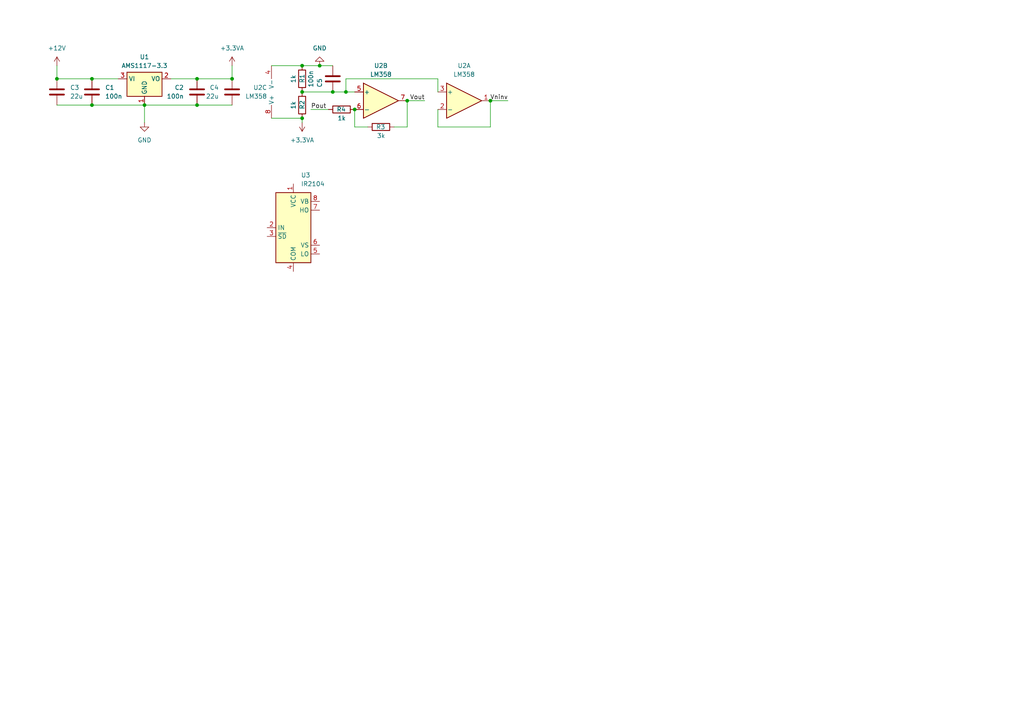
<source format=kicad_sch>
(kicad_sch (version 20230121) (generator eeschema)
  (paper "A4")
  (lib_symbols
    (symbol "Amplifier_Operational:LM358" (pin_names (offset 0.127))
      (property "Reference" "U" (at 0 5.08 0))
      (property "Value" "LM358" (at 0 -5.08 0))
      (symbol "LM358_1_1"
        (polyline (pts (xy -5.08 5.08) (xy 5.08 0) (xy -5.08 -5.08) (xy -5.08 5.08)) (stroke (width 0.254)) (fill (type background)))
        (pin output line (at 7.62 0 180) (length 2.54) (name "~") (number "1"))
        (pin input line (at -7.62 -2.54 0) (length 2.54) (name "-") (number "2"))
        (pin input line (at -7.62 2.54 0) (length 2.54) (name "+") (number "3"))
      )
      (symbol "LM358_2_1"
        (polyline (pts (xy -5.08 5.08) (xy 5.08 0) (xy -5.08 -5.08) (xy -5.08 5.08)) (stroke (width 0.254)) (fill (type background)))
        (pin input line (at -7.62 2.54 0) (length 2.54) (name "+") (number "5"))
        (pin input line (at -7.62 -2.54 0) (length 2.54) (name "-") (number "6"))
        (pin output line (at 7.62 0 180) (length 2.54) (name "~") (number "7"))
      )
      (symbol "LM358_3_1"
        (pin power_in line (at -2.54 -7.62 90) (length 3.81) (name "V-") (number "4"))
        (pin power_in line (at -2.54 7.62 270) (length 3.81) (name "V+") (number "8"))
      )
    )
    (symbol "Device:C" (pin_numbers hide) (pin_names (offset 0.254))
      (property "Reference" "C" (at 0.635 2.54 0))
      (property "Value" "C" (at 0.635 -2.54 0))
      (symbol "C_0_1"
        (polyline (pts (xy -2.032 -0.762) (xy 2.032 -0.762)) (stroke (width 0.508)))
        (polyline (pts (xy -2.032 0.762) (xy 2.032 0.762)) (stroke (width 0.508)))
      )
      (symbol "C_1_1"
        (pin passive line (at 0 3.81 270) (length 2.794) (name "~") (number "1"))
        (pin passive line (at 0 -3.81 90) (length 2.794) (name "~") (number "2"))
      )
    )
    (symbol "Device:R" (pin_numbers hide) (pin_names (offset 0))
      (property "Reference" "R" (at 2.032 0 90))
      (property "Value" "R" (at 0 0 90))
      (symbol "R_0_1"
        (rectangle (start -1.016 -2.54) (end 1.016 2.54) (stroke (width 0.254)))
      )
      (symbol "R_1_1"
        (pin passive line (at 0 3.81 270) (length 1.27) (name "~") (number "1"))
        (pin passive line (at 0 -3.81 90) (length 1.27) (name "~") (number "2"))
      )
    )
    (symbol "Driver_FET:IR2104"
      (property "Reference" "U" (at 1.27 13.335 0))
      (property "Value" "IR2104" (at 1.27 11.43 0))
      (symbol "IR2104_0_1"
        (rectangle (start -5.08 -10.16) (end 5.08 10.16) (stroke (width 0.254)) (fill (type background)))
      )
      (symbol "IR2104_1_1"
        (pin power_in line (at 0 12.7 270) (length 2.54) (name "VCC") (number "1"))
        (pin input line (at -7.62 0 0) (length 2.54) (name "IN") (number "2"))
        (pin input line (at -7.62 -2.54 0) (length 2.54) (name "~{SD}") (number "3"))
        (pin power_in line (at 0 -12.7 90) (length 2.54) (name "COM") (number "4"))
        (pin output line (at 7.62 -7.62 180) (length 2.54) (name "LO") (number "5"))
        (pin passive line (at 7.62 -5.08 180) (length 2.54) (name "VS") (number "6"))
        (pin output line (at 7.62 5.08 180) (length 2.54) (name "HO") (number "7"))
        (pin passive line (at 7.62 7.62 180) (length 2.54) (name "VB") (number "8"))
      )
    )
    (symbol "Regulator_Linear:AMS1117-3.3"
      (property "Reference" "U" (at -3.81 3.175 0))
      (property "Value" "AMS1117-3.3" (at 0 3.175 0))
      (symbol "AMS1117-3.3_0_1"
        (rectangle (start -5.08 -5.08) (end 5.08 1.905) (stroke (width 0.254)) (fill (type background)))
      )
      (symbol "AMS1117-3.3_1_1"
        (pin power_in line (at 0 -7.62 90) (length 2.54) (name "GND") (number "1"))
        (pin power_out line (at 7.62 0 180) (length 2.54) (name "VO") (number "2"))
        (pin power_in line (at -7.62 0 0) (length 2.54) (name "VI") (number "3"))
      )
    )
    (symbol "power:+12V" (power) (pin_names (offset 0))
      (property "Value" "+12V" (at 0 3.556 0))
      (symbol "+12V_0_1"
        (polyline (pts (xy -0.762 1.27) (xy 0 2.54)))
        (polyline (pts (xy 0 0) (xy 0 2.54)))
        (polyline (pts (xy 0 2.54) (xy 0.762 1.27)))
      )
      (symbol "+12V_1_1"
        (pin power_in line (at 0 0 90) (length 0) hide (name "+12V") (number "1"))
      )
    )
    (symbol "power:+3.3VA" (power) (pin_names (offset 0))
      (property "Value" "+3.3VA" (at 0 3.556 0))
      (symbol "+3.3VA_0_1"
        (polyline (pts (xy -0.762 1.27) (xy 0 2.54)))
        (polyline (pts (xy 0 0) (xy 0 2.54)))
        (polyline (pts (xy 0 2.54) (xy 0.762 1.27)))
      )
      (symbol "+3.3VA_1_1"
        (pin power_in line (at 0 0 90) (length 0) hide (name "+3.3VA") (number "1"))
      )
    )
    (symbol "power:GND" (power) (pin_names (offset 0))
      (property "Value" "GND" (at 0 -3.81 0))
      (symbol "GND_0_1"
        (polyline (pts (xy 0 0) (xy 0 -1.27) (xy 1.27 -1.27) (xy 0 -2.54) (xy -1.27 -1.27) (xy 0 -1.27)))
      )
      (symbol "GND_1_1"
        (pin power_in line (at 0 0 270) (length 0) hide (name "GND") (number "1"))
      )
    )
  )
  (junction (at 41.91 30.48))
  (junction (at 26.67 22.86))
  (junction (at 26.67 30.48))
  (junction (at 87.63 34.29))
  (junction (at 92.71 19.05))
  (junction (at 142.24 29.21))
  (junction (at 67.31 22.86))
  (junction (at 118.11 29.21))
  (junction (at 16.51 22.86))
  (junction (at 87.63 26.67))
  (junction (at 57.15 30.48))
  (junction (at 102.87 31.75))
  (junction (at 96.52 26.67))
  (junction (at 57.15 22.86))
  (junction (at 87.63 19.05))
  (junction (at 100.33 26.67))
  (wire (pts (xy 57.15 22.86) (xy 67.31 22.86)))
  (wire (pts (xy 118.11 29.21) (xy 123.19 29.21)))
  (wire (pts (xy 78.74 19.05) (xy 87.63 19.05)))
  (wire (pts (xy 100.33 26.67) (xy 102.87 26.67)))
  (wire (pts (xy 67.31 19.05) (xy 67.31 22.86)))
  (wire (pts (xy 102.87 31.75) (xy 102.87 36.83)))
  (wire (pts (xy 16.51 19.05) (xy 16.51 22.86)))
  (wire (pts (xy 16.51 30.48) (xy 26.67 30.48)))
  (wire (pts (xy 26.67 30.48) (xy 41.91 30.48)))
  (wire (pts (xy 92.71 19.05) (xy 96.52 19.05)))
  (wire (pts (xy 102.87 36.83) (xy 106.68 36.83)))
  (wire (pts (xy 142.24 29.21) (xy 147.32 29.21)))
  (wire (pts (xy 96.52 26.67) (xy 100.33 26.67)))
  (wire (pts (xy 26.67 22.86) (xy 34.29 22.86)))
  (wire (pts (xy 41.91 30.48) (xy 57.15 30.48)))
  (wire (pts (xy 118.11 36.83) (xy 118.11 29.21)))
  (wire (pts (xy 49.53 22.86) (xy 57.15 22.86)))
  (wire (pts (xy 78.74 34.29) (xy 87.63 34.29)))
  (wire (pts (xy 127 22.86) (xy 127 26.67)))
  (wire (pts (xy 100.33 22.86) (xy 127 22.86)))
  (wire (pts (xy 87.63 35.56) (xy 87.63 34.29)))
  (wire (pts (xy 127 36.83) (xy 142.24 36.83)))
  (wire (pts (xy 114.3 36.83) (xy 118.11 36.83)))
  (wire (pts (xy 57.15 30.48) (xy 67.31 30.48)))
  (wire (pts (xy 100.33 26.67) (xy 100.33 22.86)))
  (wire (pts (xy 87.63 19.05) (xy 92.71 19.05)))
  (wire (pts (xy 142.24 36.83) (xy 142.24 29.21)))
  (wire (pts (xy 90.17 31.75) (xy 95.25 31.75)))
  (wire (pts (xy 16.51 22.86) (xy 26.67 22.86)))
  (wire (pts (xy 41.91 30.48) (xy 41.91 35.56)))
  (wire (pts (xy 87.63 26.67) (xy 96.52 26.67)))
  (wire (pts (xy 127 31.75) (xy 127 36.83)))
  (label "Vninv" (at 147.32 29.21 180))
  (label "Pout" (at 90.17 31.75 0))
  (label "Vout" (at 123.19 29.21 180))
  (symbol (lib_id "power:+12V") (at 16.51 19.05 0) (unit 1)
    (property "Reference" "#PWR02" (effects hide))
    (property "Value" "+12V" (at 16.51 13.97 0))
  )
  (symbol (lib_id "Device:R") (at 87.63 30.48 0) (mirror y) (unit 1)
    (property "Reference" "R2" (at 87.63 31.75 90) (effects (justify left)))
    (property "Value" "1k" (at 85.09 31.75 90) (effects (justify left)))
    (property "Footprint" "Resistor_SMD:R_0603_1608Metric_Pad0.98x0.95mm_HandSolder" (effects hide))
  )
  (symbol (lib_id "Device:C") (at 96.52 22.86 0) (unit 1)
    (property "Reference" "C5" (at 92.71 25.4 90) (effects (justify left)))
    (property "Value" "100n" (at 90.17 25.4 90) (effects (justify left)))
    (property "Footprint" "Capacitor_SMD:C_0603_1608Metric_Pad1.08x0.95mm_HandSolder" (effects hide))
  )
  (symbol (lib_id "Device:C") (at 26.67 26.67 0) (unit 1)
    (property "Reference" "C1" (at 30.48 25.4 0) (effects (justify left)))
    (property "Value" "100n" (at 30.48 27.94 0) (effects (justify left)))
    (property "Footprint" "Capacitor_SMD:C_0603_1608Metric_Pad1.08x0.95mm_HandSolder" (effects hide))
  )
  (symbol (lib_id "power:GND") (at 41.91 35.56 0) (unit 1)
    (property "Reference" "#PWR01" (effects hide))
    (property "Value" "GND" (at 41.91 40.64 0))
  )
  (symbol (lib_id "Amplifier_Operational:LM358") (at 81.28 26.67 0) (mirror x) (unit 3)
    (property "Reference" "U2" (at 77.47 25.4 0) (effects (justify right)))
    (property "Value" "LM358" (at 77.47 27.94 0) (effects (justify right)))
    (property "Datasheet" "http://www.ti.com/lit/ds/symlink/lm2904-n.pdf" (effects hide))
  )
  (symbol (lib_id "Driver_FET:IR2104") (at 85.09 66.04 0) (unit 1)
    (property "Reference" "U3" (at 87.2841 50.8 0) (effects (justify left)))
    (property "Value" "IR2104" (at 87.2841 53.34 0) (effects (justify left)))
    (property "Datasheet" "https://www.infineon.com/dgdl/ir2104.pdf?fileId=5546d462533600a4015355c7c1c31671" (effects hide))
  )
  (symbol (lib_id "Device:R") (at 110.49 36.83 90) (mirror x) (unit 1)
    (property "Reference" "R3" (at 111.76 36.83 90) (effects (justify left)))
    (property "Value" "3k" (at 111.76 39.37 90) (effects (justify left)))
    (property "Footprint" "Resistor_SMD:R_0603_1608Metric_Pad0.98x0.95mm_HandSolder" (effects hide))
  )
  (symbol (lib_id "Device:R") (at 87.63 22.86 0) (mirror y) (unit 1)
    (property "Reference" "R1" (at 87.63 24.13 90) (effects (justify left)))
    (property "Value" "1k" (at 85.09 24.13 90) (effects (justify left)))
    (property "Footprint" "Resistor_SMD:R_0603_1608Metric_Pad0.98x0.95mm_HandSolder" (effects hide))
  )
  (symbol (lib_id "Amplifier_Operational:LM358") (at 110.49 29.21 0) (unit 2)
    (property "Reference" "U2" (at 110.49 19.05 0))
    (property "Value" "LM358" (at 110.49 21.59 0))
    (property "Datasheet" "http://www.ti.com/lit/ds/symlink/lm2904-n.pdf" (effects hide))
  )
  (symbol (lib_id "Amplifier_Operational:LM358") (at 134.62 29.21 0) (unit 1)
    (property "Reference" "U2" (at 134.62 19.05 0))
    (property "Value" "LM358" (at 134.62 21.59 0))
    (property "Datasheet" "http://www.ti.com/lit/ds/symlink/lm2904-n.pdf" (effects hide))
  )
  (symbol (lib_id "Device:C") (at 16.51 26.67 0) (unit 1)
    (property "Reference" "C3" (at 20.32 25.4 0) (effects (justify left)))
    (property "Value" "22u" (at 20.32 27.94 0) (effects (justify left)))
    (property "Footprint" "Capacitor_SMD:C_0603_1608Metric_Pad1.08x0.95mm_HandSolder" (effects hide))
  )
  (symbol (lib_id "power:GND") (at 92.71 19.05 180) (unit 1)
    (property "Reference" "#PWR04" (effects hide))
    (property "Value" "GND" (at 92.71 13.97 0))
  )
  (symbol (lib_id "Device:R") (at 99.06 31.75 90) (mirror x) (unit 1)
    (property "Reference" "R4" (at 100.33 31.75 90) (effects (justify left)))
    (property "Value" "1k" (at 100.33 34.29 90) (effects (justify left)))
    (property "Footprint" "Resistor_SMD:R_0603_1608Metric_Pad0.98x0.95mm_HandSolder" (effects hide))
  )
  (symbol (lib_id "power:+3.3VA") (at 67.31 19.05 0) (unit 1)
    (property "Reference" "#PWR03" (effects hide))
    (property "Value" "+3.3VA" (at 67.31 13.97 0))
  )
  (symbol (lib_id "power:+3.3VA") (at 87.63 35.56 180) (unit 1)
    (property "Reference" "#PWR05" (effects hide))
    (property "Value" "+3.3VA" (at 87.63 40.64 0))
  )
  (symbol (lib_id "Device:C") (at 67.31 26.67 0) (mirror y) (unit 1)
    (property "Reference" "C4" (at 63.5 25.4 0) (effects (justify left)))
    (property "Value" "22u" (at 63.5 27.94 0) (effects (justify left)))
    (property "Footprint" "Capacitor_SMD:C_0603_1608Metric_Pad1.08x0.95mm_HandSolder" (effects hide))
  )
  (symbol (lib_id "Regulator_Linear:AMS1117-3.3") (at 41.91 22.86 0) (unit 1)
    (property "Reference" "U1" (at 41.91 16.51 0))
    (property "Value" "AMS1117-3.3" (at 41.91 19.05 0))
    (property "Footprint" "Package_TO_SOT_SMD:SOT-223-3_TabPin2" (effects hide))
    (property "Datasheet" "http://www.advanced-monolithic.com/pdf/ds1117.pdf" (effects hide))
  )
  (symbol (lib_id "Device:C") (at 57.15 26.67 0) (mirror y) (unit 1)
    (property "Reference" "C2" (at 53.34 25.4 0) (effects (justify left)))
    (property "Value" "100n" (at 53.34 27.94 0) (effects (justify left)))
    (property "Footprint" "Capacitor_SMD:C_0603_1608Metric_Pad1.08x0.95mm_HandSolder" (effects hide))
  )
)
</source>
